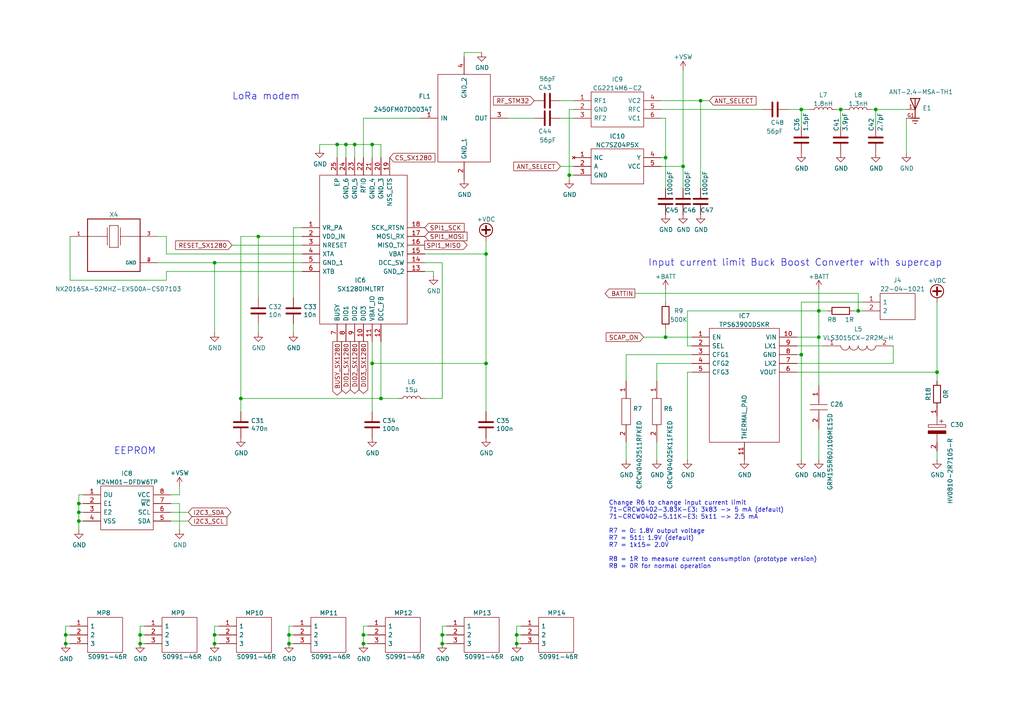
<source format=kicad_sch>
(kicad_sch (version 20211123) (generator eeschema)
  (paper "A4")
  (title_block (title "Sensor node") (date "2024-07-07") (rev "2.1") (company "KU Leuven") (comment 1 "Dramco") (comment 2 "Sarah Goossens"))
  (lib_symbols
    (symbol "ANT-2.4-MSA-TH1:ANT-2.4-MSA-TH1" (pin_names (offset 1.016))
      (property "Reference" "E" (at 2.0344 0.7629 0))
      (property "Value" "ANT-2.4-MSA-TH1" (at 2.1628 -1.0178 0))
      (symbol "ANT-2.4-MSA-TH1_0_0"
        (pin passive line (at -2.54 0 0) (length 2.54) (name "~") (number "1"))
        (pin power_in line (at -2.54 -2.54 0) (length 2.54) (name "~") (number "G1"))
      )
    )
    (symbol "CRCW0402511RFKED:CRCW0402511RFKED" (pin_names (offset 0.762))
      (property "Reference" "R" (at 13.97 6.35 0))
      (property "Value" "CRCW0402511RFKED" (at 13.97 3.81 0))
      (symbol "CRCW0402511RFKED_0_0"
        (pin passive line (at 0 0 0) (length 5.08) (name "~") (number "1"))
        (pin passive line (at 17.78 0 180) (length 5.08) (name "~") (number "2"))
      )
    )
    (symbol "CRCW04025K11FKED:CRCW04025K11FKED" (pin_names (offset 0.762))
      (property "Reference" "R" (at 13.97 6.35 0))
      (property "Value" "CRCW04025K11FKED" (at 13.97 3.81 0))
      (symbol "CRCW04025K11FKED_0_0"
        (pin passive line (at 0 0 0) (length 5.08) (name "~") (number "1"))
        (pin passive line (at 17.78 0 180) (length 5.08) (name "~") (number "2"))
      )
    )
    (symbol "Device:C" (pin_numbers hide) (pin_names (offset 0.254))
      (property "Reference" "C" (at 0.635 2.54 0))
      (property "Value" "C" (at 0.635 -2.54 0))
      (symbol "C_1_1"
        (pin passive line (at 0 3.81 270) (length 2.794) (name "~") (number "1"))
        (pin passive line (at 0 -3.81 90) (length 2.794) (name "~") (number "2"))
      )
    )
    (symbol "Device:L" (pin_numbers hide) (pin_names (offset 1.016) hide)
      (property "Reference" "L" (at -1.27 0 90))
      (property "Value" "L" (at 1.905 0 90))
      (symbol "L_1_1"
        (pin passive line (at 0 3.81 270) (length 1.27) (name "1") (number "1"))
        (pin passive line (at 0 -3.81 90) (length 1.27) (name "2") (number "2"))
      )
    )
    (symbol "Device:R" (pin_numbers hide) (pin_names (offset 0))
      (property "Reference" "R" (at 2.032 0 90))
      (property "Value" "R" (at 0 0 90))
      (symbol "R_1_1"
        (pin passive line (at 0 3.81 270) (length 1.27) (name "~") (number "1"))
        (pin passive line (at 0 -3.81 90) (length 1.27) (name "~") (number "2"))
      )
    )
    (symbol "NX2016SA-52MHZ-EXS00A-CS07103:NX2016SA-52MHZ-EXS00A-CS07103" (pin_names (offset 1.016))
      (property "Reference" "XTAL" (at -7.62 8.89 0))
      (property "Value" "NX2016SA-52MHZ-EXS00A-CS07103" (at -7.62 -10.16 0))
      (symbol "NX2016SA-52MHZ-EXS00A-CS07103_0_0"
        (pin passive line (at -12.7 2.54 0) (length 5.08) (name "~") (number "1"))
        (pin power_in line (at 12.7 -5.08 180) (length 5.08) (name "GND") (number "2"))
        (pin passive line (at 12.7 2.54 180) (length 5.08) (name "~") (number "3"))
        (pin power_in line (at 12.7 -5.08 180) (length 5.08) (name "GND") (number "4"))
      )
    )
    (symbol "SamacSys_Parts:22-04-1021" (pin_names (offset 0.762))
      (property "Reference" "J" (at 16.51 7.62 0))
      (property "Value" "22-04-1021" (at 16.51 5.08 0))
      (symbol "22-04-1021_0_0"
        (pin passive line (at 0 0 0) (length 5.08) (name "1") (number "1"))
        (pin passive line (at 0 -2.54 0) (length 5.08) (name "2") (number "2"))
      )
    )
    (symbol "SamacSys_Parts:2450FM07D0034T" (pin_names (offset 0.762))
      (property "Reference" "FL" (at 21.59 17.78 0))
      (property "Value" "2450FM07D0034T" (at 21.59 15.24 0))
      (symbol "2450FM07D0034T_0_0"
        (pin passive line (at 0 0 0) (length 5.08) (name "IN") (number "1"))
        (pin passive line (at 12.7 -17.78 90) (length 5.08) (name "GND_1") (number "2"))
        (pin passive line (at 25.4 0 180) (length 5.08) (name "OUT") (number "3"))
        (pin passive line (at 12.7 17.78 270) (length 5.08) (name "GND_2") (number "4"))
      )
    )
    (symbol "SamacSys_Parts:CG2214M6-C2" (pin_names (offset 0.762))
      (property "Reference" "IC" (at 21.59 7.62 0))
      (property "Value" "CG2214M6-C2" (at 21.59 5.08 0))
      (symbol "CG2214M6-C2_0_0"
        (pin passive line (at 0 0 0) (length 5.08) (name "RF1") (number "1"))
        (pin passive line (at 0 -2.54 0) (length 5.08) (name "GND") (number "2"))
        (pin passive line (at 0 -5.08 0) (length 5.08) (name "RF2") (number "3"))
        (pin passive line (at 25.4 0 180) (length 5.08) (name "VC2") (number "4"))
        (pin passive line (at 25.4 -2.54 180) (length 5.08) (name "RFC") (number "5"))
        (pin passive line (at 25.4 -5.08 180) (length 5.08) (name "VC1") (number "6"))
      )
    )
    (symbol "SamacSys_Parts:GRM155R60J106ME15D" (pin_names (offset 0.762))
      (property "Reference" "C" (at 8.89 6.35 0))
      (property "Value" "GRM155R60J106ME15D" (at 8.89 3.81 0))
      (symbol "GRM155R60J106ME15D_0_0"
        (pin passive line (at 0 0 0) (length 5.08) (name "~") (number "1"))
        (pin passive line (at 12.7 0 180) (length 5.08) (name "~") (number "2"))
      )
    )
    (symbol "SamacSys_Parts:HV0810-2R7105-R" (pin_names (offset 0.762))
      (property "Reference" "C" (at 8.89 6.35 0))
      (property "Value" "HV0810-2R7105-R" (at 8.89 3.81 0))
      (symbol "HV0810-2R7105-R_0_0"
        (pin passive line (at 0 0 0) (length 2.54) (name "~") (number "1"))
        (pin passive line (at 12.7 0 180) (length 2.54) (name "~") (number "2"))
      )
    )
    (symbol "SamacSys_Parts:M24M01-DFDW6TP" (pin_names (offset 0.762))
      (property "Reference" "IC" (at 21.59 7.62 0))
      (property "Value" "M24M01-DFDW6TP" (at 21.59 5.08 0))
      (symbol "M24M01-DFDW6TP_0_0"
        (pin passive line (at 0 0 0) (length 5.08) (name "DU") (number "1"))
        (pin passive line (at 0 -2.54 0) (length 5.08) (name "E1") (number "2"))
        (pin passive line (at 0 -5.08 0) (length 5.08) (name "E2") (number "3"))
        (pin passive line (at 0 -7.62 0) (length 5.08) (name "VSS") (number "4"))
        (pin passive line (at 25.4 -7.62 180) (length 5.08) (name "SDA") (number "5"))
        (pin passive line (at 25.4 -5.08 180) (length 5.08) (name "SCL") (number "6"))
        (pin passive line (at 25.4 -2.54 180) (length 5.08) (name "~{WC}") (number "7"))
        (pin passive line (at 25.4 0 180) (length 5.08) (name "VCC") (number "8"))
      )
    )
    (symbol "SamacSys_Parts:NC7SZ04P5X" (pin_names (offset 0.762))
      (property "Reference" "IC" (at 21.59 7.62 0))
      (property "Value" "NC7SZ04P5X" (at 21.59 5.08 0))
      (symbol "NC7SZ04P5X_0_0"
        (pin no_connect line (at 0 0 0) (length 5.08) (name "NC") (number "1"))
        (pin passive line (at 0 -2.54 0) (length 5.08) (name "A") (number "2"))
        (pin passive line (at 0 -5.08 0) (length 5.08) (name "GND") (number "3"))
        (pin passive line (at 25.4 0 180) (length 5.08) (name "Y") (number "4"))
        (pin passive line (at 25.4 -2.54 180) (length 5.08) (name "VCC") (number "5"))
      )
    )
    (symbol "SamacSys_Parts:S0991-46R" (pin_names (offset 0.762))
      (property "Reference" "MP" (at 16.51 7.62 0))
      (property "Value" "S0991-46R" (at 16.51 5.08 0))
      (symbol "S0991-46R_0_0"
        (pin passive line (at 0 0 0) (length 5.08) (name "1") (number "1"))
        (pin passive line (at 0 -2.54 0) (length 5.08) (name "2") (number "2"))
        (pin passive line (at 0 -5.08 0) (length 5.08) (name "3") (number "3"))
      )
    )
    (symbol "SamacSys_Parts:SX1280IMLTRT" (pin_names (offset 0.762))
      (property "Reference" "IC" (at 31.75 20.32 0))
      (property "Value" "SamacSys_Parts_SX1280IMLTRT" (at 31.75 17.78 0))
      (symbol "SX1280IMLTRT_0_0"
        (pin passive line (at 0 0 0) (length 5.08) (name "VR_PA") (number "1"))
        (pin passive line (at 17.78 -33.02 90) (length 5.08) (name "DIO3") (number "10"))
        (pin passive line (at 20.32 -33.02 90) (length 5.08) (name "VBAT_IO") (number "11"))
        (pin passive line (at 22.86 -33.02 90) (length 5.08) (name "DCC_FB") (number "12"))
        (pin passive line (at 35.56 -12.7 180) (length 5.08) (name "GND_2") (number "13"))
        (pin passive line (at 35.56 -10.16 180) (length 5.08) (name "DCC_SW") (number "14"))
        (pin passive line (at 35.56 -7.62 180) (length 5.08) (name "VBAT") (number "15"))
        (pin passive line (at 35.56 -5.08 180) (length 5.08) (name "MISO_TX") (number "16"))
        (pin passive line (at 35.56 -2.54 180) (length 5.08) (name "MOSI_RX") (number "17"))
        (pin passive line (at 35.56 0 180) (length 5.08) (name "SCK_RTSN") (number "18"))
        (pin passive line (at 25.4 20.32 270) (length 5.08) (name "NSS_CTS") (number "19"))
        (pin passive line (at 0 -2.54 0) (length 5.08) (name "VDD_IN") (number "2"))
        (pin passive line (at 22.86 20.32 270) (length 5.08) (name "GND_3") (number "20"))
        (pin passive line (at 20.32 20.32 270) (length 5.08) (name "GND_4") (number "21"))
        (pin passive line (at 17.78 20.32 270) (length 5.08) (name "RFIO") (number "22"))
        (pin passive line (at 15.24 20.32 270) (length 5.08) (name "GND_5") (number "23"))
        (pin passive line (at 12.7 20.32 270) (length 5.08) (name "GND_6") (number "24"))
        (pin passive line (at 10.16 20.32 270) (length 5.08) (name "EP") (number "25"))
        (pin passive line (at 0 -5.08 0) (length 5.08) (name "NRESET") (number "3"))
        (pin passive line (at 0 -7.62 0) (length 5.08) (name "XTA") (number "4"))
        (pin passive line (at 0 -10.16 0) (length 5.08) (name "GND_1") (number "5"))
        (pin passive line (at 0 -12.7 0) (length 5.08) (name "XTB") (number "6"))
        (pin passive line (at 10.16 -33.02 90) (length 5.08) (name "BUSY") (number "7"))
        (pin passive line (at 12.7 -33.02 90) (length 5.08) (name "DIO1") (number "8"))
        (pin passive line (at 15.24 -33.02 90) (length 5.08) (name "DIO2") (number "9"))
      )
    )
    (symbol "SamacSys_Parts:TPS63900DSKR" (pin_names (offset 0.762))
      (property "Reference" "IC" (at 26.67 7.62 0))
      (property "Value" "TPS63900DSKR" (at 26.67 5.08 0))
      (symbol "TPS63900DSKR_0_0"
        (pin input line (at 0 0 0) (length 5.08) (name "EN") (number "1"))
        (pin power_in line (at 30.48 0 180) (length 5.08) (name "VIN") (number "10"))
        (pin power_in line (at 15.24 -35.56 90) (length 5.08) (name "THERMAL_PAD") (number "11"))
        (pin input line (at 0 -2.54 0) (length 5.08) (name "SEL") (number "2"))
        (pin input line (at 0 -5.08 0) (length 5.08) (name "CFG1") (number "3"))
        (pin input line (at 0 -7.62 0) (length 5.08) (name "CFG2") (number "4"))
        (pin input line (at 0 -10.16 0) (length 5.08) (name "CFG3") (number "5"))
        (pin power_in line (at 30.48 -10.16 180) (length 5.08) (name "VOUT") (number "6"))
        (pin power_in line (at 30.48 -7.62 180) (length 5.08) (name "LX2") (number "7"))
        (pin power_in line (at 30.48 -5.08 180) (length 5.08) (name "GND") (number "8"))
        (pin power_in line (at 30.48 -2.54 180) (length 5.08) (name "LX1") (number "9"))
      )
    )
    (symbol "SamacSys_Parts:VLS3015CX-2R2M-H" (pin_names (offset 0.762))
      (property "Reference" "L" (at 16.51 6.35 0))
      (property "Value" "VLS3015CX-2R2M-H" (at 16.51 3.81 0))
      (symbol "VLS3015CX-2R2M-H_0_0"
        (pin passive line (at 0 0 0) (length 5.08) (name "~") (number "1"))
        (pin passive line (at 20.32 0 180) (length 5.08) (name "~") (number "2"))
      )
    )
    (symbol "power:+BATT" (power) (pin_names (offset 0))
      (property "Value" "+BATT" (at 0 3.556 0))
      (symbol "+BATT_1_1"
        (pin power_in line (at 0 0 90) (length 0) hide (name "+BATT") (number "1"))
      )
    )
    (symbol "power:+VDC" (power) (pin_names (offset 0))
      (property "Value" "+VDC" (at 0 6.35 0))
      (symbol "+VDC_1_1"
        (pin power_in line (at 0 0 90) (length 0) hide (name "+VDC") (number "1"))
      )
    )
    (symbol "power:+VSW" (power) (pin_names (offset 0))
      (property "Value" "+VSW" (at 0 3.556 0))
      (symbol "+VSW_1_1"
        (pin power_in line (at 0 0 90) (length 0) hide (name "+VSW") (number "1"))
      )
    )
    (symbol "power:GND" (power) (pin_names (offset 0))
      (property "Value" "GND" (at 0 -3.81 0))
      (symbol "GND_1_1"
        (pin power_in line (at 0 0 270) (length 0) hide (name "GND") (number "1"))
      )
    )
  )
  (junction (at 105.41 186.69))
  (junction (at 40.64 184.15))
  (junction (at 254 31.75))
  (junction (at 232.41 102.87))
  (junction (at 232.41 31.75))
  (junction (at 19.05 186.69))
  (junction (at 271.78 107.95))
  (junction (at 203.2 29.21))
  (junction (at 22.86 146.05))
  (junction (at 22.86 151.13))
  (junction (at 19.05 184.15))
  (junction (at 107.95 41.91))
  (junction (at 74.93 68.58))
  (junction (at 83.82 186.69))
  (junction (at 193.04 45.72))
  (junction (at 69.85 115.57))
  (junction (at 83.82 184.15))
  (junction (at 237.49 90.17))
  (junction (at 110.49 115.57))
  (junction (at 248.92 90.17))
  (junction (at 62.23 186.69))
  (junction (at 100.33 41.91))
  (junction (at 149.86 184.15))
  (junction (at 140.97 105.41))
  (junction (at 128.27 184.15))
  (junction (at 243.84 31.75))
  (junction (at 149.86 186.69))
  (junction (at 97.79 41.91))
  (junction (at 105.41 184.15))
  (junction (at 165.1 50.8))
  (junction (at 62.23 76.2))
  (junction (at 128.27 186.69))
  (junction (at 107.95 105.41))
  (junction (at 140.97 73.66))
  (junction (at 62.23 184.15))
  (junction (at 40.64 186.69))
  (junction (at 193.04 97.79))
  (junction (at 198.12 48.26))
  (junction (at 22.86 148.59))
  (junction (at 102.87 41.91))
  (junction (at 237.49 97.79))
  (wire (pts (xy 203.2 29.21) (xy 203.2 54.61)))
  (wire (pts (xy 125.73 78.74) (xy 125.73 80.01)))
  (wire (pts (xy 105.41 34.29) (xy 121.92 34.29)))
  (wire (pts (xy 22.86 151.13) (xy 22.86 153.67)))
  (wire (pts (xy 165.1 50.8) (xy 166.37 50.8)))
  (wire (pts (xy 232.41 102.87) (xy 231.14 102.87)))
  (wire (pts (xy 140.97 69.85) (xy 140.97 73.66)))
  (wire (pts (xy 191.77 48.26) (xy 198.12 48.26)))
  (wire (pts (xy 199.39 90.17) (xy 237.49 90.17)))
  (wire (pts (xy 203.2 29.21) (xy 205.74 29.21)))
  (wire (pts (xy 62.23 184.15) (xy 62.23 181.61)))
  (wire (pts (xy 254 31.75) (xy 254 36.83)))
  (wire (pts (xy 40.64 186.69) (xy 41.91 186.69)))
  (wire (pts (xy 105.41 186.69) (xy 105.41 184.15)))
  (wire (pts (xy 232.41 31.75) (xy 234.95 31.75)))
  (wire (pts (xy 248.92 90.17) (xy 250.19 90.17)))
  (wire (pts (xy 181.61 102.87) (xy 200.66 102.87)))
  (wire (pts (xy 49.53 143.51) (xy 52.07 143.51)))
  (wire (pts (xy 49.53 148.59) (xy 54.61 148.59)))
  (wire (pts (xy 128.27 115.57) (xy 128.27 76.2)))
  (wire (pts (xy 252.73 31.75) (xy 254 31.75)))
  (wire (pts (xy 40.64 181.61) (xy 41.91 181.61)))
  (wire (pts (xy 128.27 186.69) (xy 128.27 184.15)))
  (wire (pts (xy 74.93 86.36) (xy 74.93 68.58)))
  (wire (pts (xy 262.89 31.75) (xy 254 31.75)))
  (wire (pts (xy 62.23 76.2) (xy 87.63 76.2)))
  (wire (pts (xy 107.95 105.41) (xy 107.95 119.38)))
  (wire (pts (xy 102.87 45.72) (xy 102.87 41.91)))
  (wire (pts (xy 19.05 184.15) (xy 19.05 181.61)))
  (wire (pts (xy 45.72 68.58) (xy 48.26 68.58)))
  (wire (pts (xy 128.27 186.69) (xy 129.54 186.69)))
  (wire (pts (xy 105.41 181.61) (xy 106.68 181.61)))
  (wire (pts (xy 67.31 71.12) (xy 87.63 71.12)))
  (wire (pts (xy 123.19 73.66) (xy 140.97 73.66)))
  (wire (pts (xy 62.23 184.15) (xy 63.5 184.15)))
  (wire (pts (xy 231.14 100.33) (xy 238.76 100.33)))
  (wire (pts (xy 165.1 50.8) (xy 165.1 52.07)))
  (wire (pts (xy 232.41 133.35) (xy 232.41 102.87)))
  (wire (pts (xy 237.49 90.17) (xy 240.03 90.17)))
  (wire (pts (xy 62.23 186.69) (xy 62.23 184.15)))
  (wire (pts (xy 191.77 29.21) (xy 203.2 29.21)))
  (wire (pts (xy 193.04 45.72) (xy 193.04 54.61)))
  (wire (pts (xy 62.23 181.61) (xy 63.5 181.61)))
  (wire (pts (xy 74.93 68.58) (xy 87.63 68.58)))
  (wire (pts (xy 69.85 115.57) (xy 110.49 115.57)))
  (wire (pts (xy 83.82 186.69) (xy 83.82 184.15)))
  (wire (pts (xy 22.86 151.13) (xy 24.13 151.13)))
  (wire (pts (xy 40.64 186.69) (xy 40.64 184.15)))
  (wire (pts (xy 181.61 102.87) (xy 181.61 110.49)))
  (wire (pts (xy 271.78 130.81) (xy 271.78 133.35)))
  (wire (pts (xy 22.86 146.05) (xy 24.13 146.05)))
  (wire (pts (xy 181.61 128.27) (xy 181.61 133.35)))
  (wire (pts (xy 20.32 81.28) (xy 48.26 81.28)))
  (wire (pts (xy 48.26 68.58) (xy 48.26 73.66)))
  (wire (pts (xy 199.39 90.17) (xy 199.39 100.33)))
  (wire (pts (xy 231.14 97.79) (xy 237.49 97.79)))
  (wire (pts (xy 198.12 48.26) (xy 198.12 54.61)))
  (wire (pts (xy 193.04 97.79) (xy 200.66 97.79)))
  (wire (pts (xy 85.09 93.98) (xy 85.09 96.52)))
  (wire (pts (xy 193.04 34.29) (xy 193.04 45.72)))
  (wire (pts (xy 271.78 87.63) (xy 271.78 107.95)))
  (wire (pts (xy 166.37 31.75) (xy 165.1 31.75)))
  (wire (pts (xy 237.49 124.46) (xy 237.49 133.35)))
  (wire (pts (xy 83.82 186.69) (xy 85.09 186.69)))
  (wire (pts (xy 262.89 34.29) (xy 262.89 44.45)))
  (wire (pts (xy 198.12 20.32) (xy 198.12 48.26)))
  (wire (pts (xy 228.6 31.75) (xy 232.41 31.75)))
  (wire (pts (xy 149.86 184.15) (xy 149.86 181.61)))
  (wire (pts (xy 162.56 29.21) (xy 166.37 29.21)))
  (wire (pts (xy 243.84 31.75) (xy 245.11 31.75)))
  (wire (pts (xy 69.85 68.58) (xy 69.85 115.57)))
  (wire (pts (xy 231.14 107.95) (xy 271.78 107.95)))
  (wire (pts (xy 199.39 107.95) (xy 199.39 133.35)))
  (wire (pts (xy 165.1 31.75) (xy 165.1 50.8)))
  (wire (pts (xy 22.86 148.59) (xy 24.13 148.59)))
  (wire (pts (xy 242.57 31.75) (xy 243.84 31.75)))
  (wire (pts (xy 19.05 181.61) (xy 20.32 181.61)))
  (wire (pts (xy 186.69 97.79) (xy 193.04 97.79)))
  (wire (pts (xy 48.26 81.28) (xy 48.26 78.74)))
  (wire (pts (xy 140.97 105.41) (xy 140.97 119.38)))
  (wire (pts (xy 107.95 45.72) (xy 107.95 41.91)))
  (wire (pts (xy 149.86 184.15) (xy 151.13 184.15)))
  (wire (pts (xy 69.85 115.57) (xy 69.85 119.38)))
  (wire (pts (xy 149.86 181.61) (xy 151.13 181.61)))
  (wire (pts (xy 128.27 184.15) (xy 128.27 181.61)))
  (wire (pts (xy 147.32 34.29) (xy 154.94 34.29)))
  (wire (pts (xy 69.85 68.58) (xy 74.93 68.58)))
  (wire (pts (xy 102.87 41.91) (xy 100.33 41.91)))
  (wire (pts (xy 199.39 100.33) (xy 200.66 100.33)))
  (wire (pts (xy 48.26 78.74) (xy 87.63 78.74)))
  (wire (pts (xy 49.53 151.13) (xy 54.61 151.13)))
  (wire (pts (xy 83.82 184.15) (xy 83.82 181.61)))
  (wire (pts (xy 107.95 41.91) (xy 102.87 41.91)))
  (wire (pts (xy 149.86 186.69) (xy 149.86 184.15)))
  (wire (pts (xy 162.56 34.29) (xy 166.37 34.29)))
  (wire (pts (xy 162.56 48.26) (xy 166.37 48.26)))
  (wire (pts (xy 107.95 99.06) (xy 107.95 105.41)))
  (wire (pts (xy 128.27 184.15) (xy 129.54 184.15)))
  (wire (pts (xy 40.64 184.15) (xy 40.64 181.61)))
  (wire (pts (xy 237.49 90.17) (xy 237.49 97.79)))
  (wire (pts (xy 232.41 87.63) (xy 250.19 87.63)))
  (wire (pts (xy 105.41 184.15) (xy 106.68 184.15)))
  (wire (pts (xy 83.82 184.15) (xy 85.09 184.15)))
  (wire (pts (xy 20.32 68.58) (xy 20.32 81.28)))
  (wire (pts (xy 259.08 105.41) (xy 259.08 100.33)))
  (wire (pts (xy 193.04 95.25) (xy 193.04 97.79)))
  (wire (pts (xy 248.92 90.17) (xy 248.92 85.09)))
  (wire (pts (xy 110.49 115.57) (xy 115.57 115.57)))
  (wire (pts (xy 105.41 184.15) (xy 105.41 181.61)))
  (wire (pts (xy 40.64 184.15) (xy 41.91 184.15)))
  (wire (pts (xy 232.41 31.75) (xy 232.41 36.83)))
  (wire (pts (xy 191.77 45.72) (xy 193.04 45.72)))
  (wire (pts (xy 110.49 41.91) (xy 107.95 41.91)))
  (wire (pts (xy 140.97 73.66) (xy 140.97 105.41)))
  (wire (pts (xy 247.65 90.17) (xy 248.92 90.17)))
  (wire (pts (xy 97.79 41.91) (xy 92.71 41.91)))
  (wire (pts (xy 139.7 15.24) (xy 134.62 15.24)))
  (wire (pts (xy 200.66 105.41) (xy 190.5 105.41)))
  (wire (pts (xy 128.27 76.2) (xy 123.19 76.2)))
  (wire (pts (xy 128.27 181.61) (xy 129.54 181.61)))
  (wire (pts (xy 134.62 15.24) (xy 134.62 16.51)))
  (wire (pts (xy 19.05 186.69) (xy 20.32 186.69)))
  (wire (pts (xy 22.86 143.51) (xy 22.86 146.05)))
  (wire (pts (xy 19.05 186.69) (xy 19.05 184.15)))
  (wire (pts (xy 83.82 181.61) (xy 85.09 181.61)))
  (wire (pts (xy 24.13 143.51) (xy 22.86 143.51)))
  (wire (pts (xy 48.26 73.66) (xy 87.63 73.66)))
  (wire (pts (xy 243.84 31.75) (xy 243.84 36.83)))
  (wire (pts (xy 110.49 99.06) (xy 110.49 115.57)))
  (wire (pts (xy 45.72 76.2) (xy 62.23 76.2)))
  (wire (pts (xy 19.05 184.15) (xy 20.32 184.15)))
  (wire (pts (xy 184.15 85.09) (xy 248.92 85.09)))
  (wire (pts (xy 85.09 66.04) (xy 87.63 66.04)))
  (wire (pts (xy 237.49 83.82) (xy 237.49 90.17)))
  (wire (pts (xy 149.86 186.69) (xy 151.13 186.69)))
  (wire (pts (xy 22.86 148.59) (xy 22.86 151.13)))
  (wire (pts (xy 105.41 45.72) (xy 105.41 34.29)))
  (wire (pts (xy 100.33 41.91) (xy 97.79 41.91)))
  (wire (pts (xy 123.19 78.74) (xy 125.73 78.74)))
  (wire (pts (xy 100.33 45.72) (xy 100.33 41.91)))
  (wire (pts (xy 52.07 143.51) (xy 52.07 140.97)))
  (wire (pts (xy 92.71 41.91) (xy 92.71 43.18)))
  (wire (pts (xy 232.41 87.63) (xy 232.41 102.87)))
  (wire (pts (xy 190.5 105.41) (xy 190.5 110.49)))
  (wire (pts (xy 52.07 146.05) (xy 52.07 153.67)))
  (wire (pts (xy 190.5 128.27) (xy 190.5 133.35)))
  (wire (pts (xy 105.41 186.69) (xy 106.68 186.69)))
  (wire (pts (xy 110.49 45.72) (xy 110.49 41.91)))
  (wire (pts (xy 97.79 45.72) (xy 97.79 41.91)))
  (wire (pts (xy 22.86 146.05) (xy 22.86 148.59)))
  (wire (pts (xy 200.66 107.95) (xy 199.39 107.95)))
  (wire (pts (xy 74.93 93.98) (xy 74.93 96.52)))
  (wire (pts (xy 123.19 115.57) (xy 128.27 115.57)))
  (wire (pts (xy 271.78 107.95) (xy 271.78 110.49)))
  (wire (pts (xy 62.23 76.2) (xy 62.23 96.52)))
  (wire (pts (xy 49.53 146.05) (xy 52.07 146.05)))
  (wire (pts (xy 193.04 83.82) (xy 193.04 87.63)))
  (wire (pts (xy 237.49 97.79) (xy 237.49 111.76)))
  (wire (pts (xy 62.23 186.69) (xy 63.5 186.69)))
  (wire (pts (xy 191.77 31.75) (xy 220.98 31.75)))
  (wire (pts (xy 107.95 105.41) (xy 140.97 105.41)))
  (wire (pts (xy 191.77 34.29) (xy 193.04 34.29)))
  (wire (pts (xy 231.14 105.41) (xy 259.08 105.41)))
  (wire (pts (xy 85.09 86.36) (xy 85.09 66.04)))
  (text "LoRa modem" (at 67.31 29.21 0) (effects (font (size 2.0066 2.0066)) (justify left bottom)))
  (text "Input current limit Buck Boost Converter with supercap" (at 187.96 77.47 0) (effects (font (size 2.0066 2.0066)) (justify left bottom)))
  (text "EEPROM" (at 33.02 132.08 0) (effects (font (size 2.0066 2.0066)) (justify left bottom)))
  (text "Change R6 to change input current limit\n71-CRCW0402-3.83K-E3: 3k83 -> 5 mA (default)\n71-CRCW0402-5.11K-E3: 5k11 -> 2.5 mA\n\nR7 = 0: 1.8V output voltage\nR7 = 511: 1.9V (default)\nR7 = 1k15= 2.0V\n\nR8 = 1R to measure current consumption (prototype version)\nR8 = 0R for normal operation" (at 176.53 165.1 0) (effects (font (size 1.27 1.27)) (justify left bottom)))
  (global_label "BATTIN" (shape output) (at 184.15 85.09 180) (property "Intersheet References" "${INTERSHEET_REFS}" (effects hide)))
  (global_label "RESET_SX1280" (shape input) (at 67.31 71.12 180) (property "Intersheet References" "${INTERSHEET_REFS}" (effects hide)))
  (global_label "SPI1_SCK" (shape input) (at 123.19 66.04 0) (property "Intersheet References" "${INTERSHEET_REFS}" (effects hide)))
  (global_label "BUSY_SX1280" (shape output) (at 97.79 99.06 270) (property "Intersheet References" "${INTERSHEET_REFS}" (effects hide)))
  (global_label "ANT_SELECT" (shape input) (at 205.74 29.21 0) (property "Intersheet References" "${INTERSHEET_REFS}" (effects hide)))
  (global_label "I2C3_SCL" (shape input) (at 54.61 151.13 0) (property "Intersheet References" "${INTERSHEET_REFS}" (effects hide)))
  (global_label "SPI1_MOSI" (shape input) (at 123.19 68.58 0) (property "Intersheet References" "${INTERSHEET_REFS}" (effects hide)))
  (global_label "DIO3_SX1280" (shape output) (at 105.41 99.06 270) (property "Intersheet References" "${INTERSHEET_REFS}" (effects hide)))
  (global_label "RF_STM32" (shape input) (at 154.94 29.21 180) (property "Intersheet References" "${INTERSHEET_REFS}" (effects hide)))
  (global_label "SCAP_ON" (shape input) (at 186.69 97.79 180) (property "Intersheet References" "${INTERSHEET_REFS}" (effects hide)))
  (global_label "DIO2_SX1280" (shape output) (at 102.87 99.06 270) (property "Intersheet References" "${INTERSHEET_REFS}" (effects hide)))
  (global_label "ANT_SELECT" (shape input) (at 162.56 48.26 180) (property "Intersheet References" "${INTERSHEET_REFS}" (effects hide)))
  (global_label "CS_SX1280" (shape input) (at 113.03 45.72 0) (property "Intersheet References" "${INTERSHEET_REFS}" (effects hide)))
  (global_label "I2C3_SDA" (shape bidirectional) (at 54.61 148.59 0) (property "Intersheet References" "${INTERSHEET_REFS}" (effects hide)))
  (global_label "DIO1_SX1280" (shape output) (at 100.33 99.06 270) (property "Intersheet References" "${INTERSHEET_REFS}" (effects hide)))
  (global_label "SPI1_MISO" (shape output) (at 123.19 71.12 0) (property "Intersheet References" "${INTERSHEET_REFS}" (effects hide)))
  (symbol (lib_id "SamacSys_Parts:SX1280IMLTRT") (at 87.63 66.04 0) (unit 1)
    (property "Reference" "IC6" (at 102.87 81.28 0) (effects (justify left)))
    (property "Value" "SX1280IMLTRT" (at 97.79 83.82 0) (effects (justify left)))
    (property "Footprint" "SamacSys_Parts:QFN50P400X400X100-25N-D_SX1280" (effects hide))
    (property "Datasheet" "https://datasheet.datasheetarchive.com/originals/distributors/DKDS-37/728740.pdf" (effects hide))
    (property "Description" "RF Transceiver Long range 2.4 GHz Wireless Transceiver" (effects hide))
    (property "Height" "1" (effects hide))
    (property "Mouser Part Number" "947-SX1280IMLTRT" (effects hide))
    (property "Mouser Price/Stock" "https://www.mouser.co.uk/ProductDetail/Semtech/SX1280IMLTRT?qs=5aG0NVq1C4xuoq8G6ZzdxQ%3D%3D" (effects hide))
    (property "Manufacturer_Name" "SEMTECH" (effects hide))
    (property "Manufacturer_Part_Number" "SX1280IMLTRT" (effects hide))
  )
  (symbol (lib_id "Device:C") (at 85.09 90.17 0) (unit 1)
    (property "Reference" "C33" (at 88.011 89.0016 0) (effects (justify left)))
    (property "Value" "10n" (at 88.011 91.313 0) (effects (justify left)))
    (property "Footprint" "Capacitor_SMD:C_0603_1608Metric" (effects hide))
  )
  (symbol (lib_id "power:GND") (at 85.09 96.52 0) (unit 1)
    (property "Reference" "#PWR092" (effects hide))
    (property "Value" "GND" (at 85.217 100.9142 0))
  )
  (symbol (lib_id "Device:C") (at 74.93 90.17 0) (unit 1)
    (property "Reference" "C32" (at 77.851 89.0016 0) (effects (justify left)))
    (property "Value" "10n" (at 77.851 91.313 0) (effects (justify left)))
    (property "Footprint" "Capacitor_SMD:C_0603_1608Metric" (effects hide))
  )
  (symbol (lib_id "power:GND") (at 74.93 96.52 0) (unit 1)
    (property "Reference" "#PWR090" (effects hide))
    (property "Value" "GND" (at 75.057 100.9142 0))
  )
  (symbol (lib_id "Device:L") (at 119.38 115.57 90) (unit 1)
    (property "Reference" "L6" (at 119.38 110.744 90))
    (property "Value" "15µ" (at 119.38 113.03 90))
    (property "Footprint" "Inductor_SMD:L_0603_1608Metric" (effects hide))
  )
  (symbol (lib_id "Device:C") (at 107.95 123.19 0) (unit 1)
    (property "Reference" "C34" (at 110.871 122.0216 0) (effects (justify left)))
    (property "Value" "100n" (at 110.871 124.333 0) (effects (justify left)))
    (property "Footprint" "Capacitor_SMD:C_0402_1005Metric" (effects hide))
  )
  (symbol (lib_id "power:GND") (at 107.95 127 0) (unit 1)
    (property "Reference" "#PWR094" (effects hide))
    (property "Value" "GND" (at 108.077 131.3942 0))
  )
  (symbol (lib_id "Device:C") (at 69.85 123.19 0) (unit 1)
    (property "Reference" "C31" (at 72.771 122.0216 0) (effects (justify left)))
    (property "Value" "470n" (at 72.771 124.333 0) (effects (justify left)))
    (property "Footprint" "Capacitor_SMD:C_0603_1608Metric" (effects hide))
  )
  (symbol (lib_id "power:GND") (at 69.85 127 0) (unit 1)
    (property "Reference" "#PWR089" (effects hide))
    (property "Value" "GND" (at 69.977 131.3942 0))
  )
  (symbol (lib_id "power:GND") (at 125.73 80.01 0) (unit 1)
    (property "Reference" "#PWR095" (effects hide))
    (property "Value" "GND" (at 125.857 84.4042 0))
  )
  (symbol (lib_id "Device:C") (at 140.97 123.19 0) (unit 1)
    (property "Reference" "C35" (at 143.891 122.0216 0) (effects (justify left)))
    (property "Value" "100n" (at 143.891 124.333 0) (effects (justify left)))
    (property "Footprint" "Capacitor_SMD:C_0402_1005Metric" (effects hide))
  )
  (symbol (lib_id "power:GND") (at 140.97 127 0) (unit 1)
    (property "Reference" "#PWR097" (effects hide))
    (property "Value" "GND" (at 141.097 131.3942 0))
  )
  (symbol (lib_id "power:GND") (at 92.71 43.18 0) (unit 1)
    (property "Reference" "#PWR093" (effects hide))
    (property "Value" "GND" (at 92.837 47.5742 0))
  )
  (symbol (lib_id "SamacSys_Parts:S0991-46R") (at 20.32 181.61 0) (unit 1)
    (property "Reference" "MP8" (at 27.94 177.8 0) (effects (justify left)))
    (property "Value" "S0991-46R" (at 25.4 190.5 0) (effects (justify left)))
    (property "Footprint" "SamacSys_Parts:S099146R" (effects hide))
    (property "Datasheet" "https://cdn.harwin.com/pdfs/S0991-46R.pdf" (effects hide))
    (property "Description" "Shield Clip, SMT, Micro, Stainless Steel, tin, Tape & Reeled" (effects hide))
    (property "Height" "1.47" (effects hide))
    (property "Mouser Part Number" "855-S0991-46R" (effects hide))
    (property "Mouser Price/Stock" "https://www.mouser.co.uk/ProductDetail/Harwin/S0991-46R?qs=AXRVZpzixL%2FNnSVvLaiOkw%3D%3D" (effects hide))
    (property "Manufacturer_Name" "Harwin" (effects hide))
    (property "Manufacturer_Part_Number" "S0991-46R" (effects hide))
  )
  (symbol (lib_id "SamacSys_Parts:CG2214M6-C2") (at 166.37 29.21 0) (unit 1)
    (property "Reference" "IC9" (at 179.07 23.021 0))
    (property "Value" "CG2214M6-C2" (at 179.07 25.5579 0))
    (property "Footprint" "SamacSys_Parts:SOTFL48P130X55-6N" (effects hide))
    (property "Datasheet" "http://www.cel.com/pdf/datasheets/CG2214M6.pdf" (effects hide))
    (property "Description" "RF Switch SPDT 50MHz to 3GHz 20dB 6-Pin LeadLess Mini-Mold T/R" (effects hide))
    (property "Height" "0.55" (effects hide))
    (property "Mouser Part Number" "551-CG2214M6-C2" (effects hide))
    (property "Mouser Price/Stock" "https://www.mouser.co.uk/ProductDetail/CEL/CG2214M6-C2?qs=tucQmhgEO3pgt47Dr78trg%3D%3D" (effects hide))
    (property "Manufacturer_Name" "CEL" (effects hide))
    (property "Manufacturer_Part_Number" "CG2214M6-C2" (effects hide))
  )
  (symbol (lib_id "power:GND") (at 134.62 52.07 0) (unit 1)
    (property "Reference" "#PWR098" (effects hide))
    (property "Value" "GND" (at 134.747 56.4642 0))
  )
  (symbol (lib_id "power:GND") (at 62.23 96.52 0) (unit 1)
    (property "Reference" "#PWR0110" (effects hide))
    (property "Value" "GND" (at 62.357 100.9142 0))
  )
  (symbol (lib_id "Device:C") (at 243.84 40.64 0) (unit 1)
    (property "Reference" "C41" (at 242.57 38.1 90) (effects (justify left)))
    (property "Value" "3.9pF" (at 245.11 38.1 90) (effects (justify left)))
    (property "Footprint" "Capacitor_SMD:C_0402_1005Metric" (effects hide))
  )
  (symbol (lib_id "Device:L") (at 238.76 31.75 90) (unit 1)
    (property "Reference" "L7" (at 238.76 27.5422 90))
    (property "Value" "1.8nH" (at 238.76 30.0791 90))
    (property "Footprint" "Capacitor_SMD:C_0402_1005Metric" (effects hide))
  )
  (symbol (lib_id "power:GND") (at 198.12 62.23 0) (unit 1)
    (property "Reference" "#PWR0120" (effects hide))
    (property "Value" "GND" (at 198.247 66.6242 0))
  )
  (symbol (lib_id "SamacSys_Parts:GRM155R60J106ME15D") (at 237.49 111.76 270) (unit 1)
    (property "Reference" "C26" (at 240.7412 117.2753 90) (effects (justify left)))
    (property "Value" "GRM155R60J106ME15D" (at 240.7412 119.8122 0) (effects (justify left)))
    (property "Footprint" "SamacSys_Parts:CAPC1005X55N" (effects hide))
    (property "Datasheet" "http://www.murata.com/~/media/webrenewal/support/library/catalog/products/capacitor/mlcc/c02e.pdf" (effects hide))
    (property "Description" "Multilayer Ceramic Capacitors MLCC - SMD/SMT 0402 10uF 6.3volts *Derate Voltage/Temp" (effects hide))
    (property "Height" "0.55" (effects hide))
    (property "Mouser Part Number" "81-GRM155R60J106ME5D" (effects hide))
    (property "Mouser Price/Stock" "https://www.mouser.co.uk/ProductDetail/Murata-Electronics/GRM155R60J106ME15D?qs=I53XXhTNm8s65u6%252BR3mHqw%3D%3D" (effects hide))
    (property "Manufacturer_Name" "Murata Electronics" (effects hide))
    (property "Manufacturer_Part_Number" "GRM155R60J106ME15D" (effects hide))
  )
  (symbol (lib_id "Device:R") (at 271.78 114.3 180) (unit 1)
    (property "Reference" "R18" (at 269.24 114.3 90))
    (property "Value" "0R" (at 274.32 114.3 90))
    (property "Footprint" "Resistor_SMD:R_0603_1608Metric" (effects hide))
  )
  (symbol (lib_id "power:GND") (at 232.41 44.45 0) (unit 1)
    (property "Reference" "#PWR0111" (effects hide))
    (property "Value" "GND" (at 232.537 48.8442 0))
  )
  (symbol (lib_id "power:GND") (at 105.41 186.69 0) (unit 1)
    (property "Reference" "#PWR087" (effects hide))
    (property "Value" "GND" (at 105.537 191.0842 0))
  )
  (symbol (lib_id "SamacSys_Parts:VLS3015CX-2R2M-H") (at 238.76 100.33 0) (unit 1)
    (property "Reference" "L5" (at 248.92 95.4608 0))
    (property "Value" "VLS3015CX-2R2M-H" (at 248.92 97.9977 0))
    (property "Footprint" "SamacSys_Parts:VLS3015" (effects hide))
    (property "Datasheet" "https://product.tdk.com/system/files/dam/doc/product/inductor/inductor/smd/catalog/inductor_automotive_power_vls3015cx-h_en.pdf" (effects hide))
    (property "Description" "SMD / SMT Inductors (Coils), L=2.2?H, L x W x T :" (effects hide))
    (property "Mouser Part Number" "810-VLS3015CX-2R2M-H" (effects hide))
    (property "Mouser Price/Stock" "https://www.mouser.co.uk/ProductDetail/TDK/VLS3015CX-2R2M-H?qs=zW32dvEIR3uMKTZetq6xLg%3D%3D" (effects hide))
    (property "Manufacturer_Name" "TDK" (effects hide))
    (property "Manufacturer_Part_Number" "VLS3015CX-2R2M-H" (effects hide))
  )
  (symbol (lib_id "power:GND") (at 128.27 186.69 0) (unit 1)
    (property "Reference" "#PWR091" (effects hide))
    (property "Value" "GND" (at 128.397 191.0842 0))
  )
  (symbol (lib_id "power:GND") (at 19.05 186.69 0) (unit 1)
    (property "Reference" "#PWR064" (effects hide))
    (property "Value" "GND" (at 19.177 191.0842 0))
  )
  (symbol (lib_id "power:GND") (at 22.86 153.67 0) (unit 1)
    (property "Reference" "#PWR0100" (effects hide))
    (property "Value" "GND" (at 22.987 158.0642 0))
  )
  (symbol (lib_id "SamacSys_Parts:TPS63900DSKR") (at 200.66 97.79 0) (unit 1)
    (property "Reference" "IC7" (at 215.9 91.601 0))
    (property "Value" "TPS63900DSKR" (at 215.9 94.1379 0))
    (property "Footprint" "SamacSys_Parts:SON50P250X250X80-11N-D" (effects hide))
    (property "Datasheet" "https://www.ti.com/lit/gpn/tps63900?HQS=ti-null-null-sf-df-pf-sep-wwe&DCM=yes" (effects hide))
    (property "Description" "1.8-V to 5.5-V, 75-nA IQ Buck-boost Converter with Input Current Limit and DVS" (effects hide))
    (property "Height" "0.8" (effects hide))
    (property "Mouser Part Number" "595-TPS63900DSKR" (effects hide))
    (property "Mouser Price/Stock" "https://www.mouser.co.uk/ProductDetail/Texas-Instruments/TPS63900DSKR?qs=zW32dvEIR3tSAmS5hXaH1Q%3D%3D" (effects hide))
    (property "Manufacturer_Name" "Texas Instruments" (effects hide))
    (property "Manufacturer_Part_Number" "TPS63900DSKR" (effects hide))
  )
  (symbol (lib_id "SamacSys_Parts:S0991-46R") (at 63.5 181.61 0) (unit 1)
    (property "Reference" "MP10" (at 71.12 177.8 0) (effects (justify left)))
    (property "Value" "S0991-46R" (at 68.58 190.5 0) (effects (justify left)))
    (property "Footprint" "SamacSys_Parts:S099146R" (effects hide))
    (property "Datasheet" "https://cdn.harwin.com/pdfs/S0991-46R.pdf" (effects hide))
    (property "Description" "Shield Clip, SMT, Micro, Stainless Steel, tin, Tape & Reeled" (effects hide))
    (property "Height" "1.47" (effects hide))
    (property "Mouser Part Number" "855-S0991-46R" (effects hide))
    (property "Mouser Price/Stock" "https://www.mouser.co.uk/ProductDetail/Harwin/S0991-46R?qs=AXRVZpzixL%2FNnSVvLaiOkw%3D%3D" (effects hide))
    (property "Manufacturer_Name" "Harwin" (effects hide))
    (property "Manufacturer_Part_Number" "S0991-46R" (effects hide))
  )
  (symbol (lib_id "SamacSys_Parts:S0991-46R") (at 151.13 181.61 0) (unit 1)
    (property "Reference" "MP14" (at 158.75 177.8 0) (effects (justify left)))
    (property "Value" "S0991-46R" (at 156.21 190.5 0) (effects (justify left)))
    (property "Footprint" "SamacSys_Parts:S099146R" (effects hide))
    (property "Datasheet" "https://cdn.harwin.com/pdfs/S0991-46R.pdf" (effects hide))
    (property "Description" "Shield Clip, SMT, Micro, Stainless Steel, tin, Tape & Reeled" (effects hide))
    (property "Height" "1.47" (effects hide))
    (property "Mouser Part Number" "855-S0991-46R" (effects hide))
    (property "Mouser Price/Stock" "https://www.mouser.co.uk/ProductDetail/Harwin/S0991-46R?qs=AXRVZpzixL%2FNnSVvLaiOkw%3D%3D" (effects hide))
    (property "Manufacturer_Name" "Harwin" (effects hide))
    (property "Manufacturer_Part_Number" "S0991-46R" (effects hide))
  )
  (symbol (lib_id "power:GND") (at 181.61 133.35 0) (unit 1)
    (property "Reference" "#PWR067" (effects hide))
    (property "Value" "GND" (at 181.737 137.7442 0))
  )
  (symbol (lib_id "power:GND") (at 83.82 186.69 0) (unit 1)
    (property "Reference" "#PWR083" (effects hide))
    (property "Value" "GND" (at 83.947 191.0842 0))
  )
  (symbol (lib_id "ANT-2.4-MSA-TH1:ANT-2.4-MSA-TH1") (at 265.43 31.75 0) (unit 1)
    (property "Reference" "E1" (at 267.589 31.3598 0) (effects (justify left)))
    (property "Value" "ANT-2.4-MSA-TH1" (at 257.81 26.67 0) (effects (justify left)))
    (property "Footprint" "ANT-2:XCVR_ANT-2.4-MSA-TH1" (effects hide))
    (property "DigiKey_Part_Number" "343-ANT-2.4-MSA-TH1-ND" (effects hide))
    (property "SnapEDA_Link" "https://www.snapeda.com/parts/ANT-2.4-MSA-TH1/Linx/view-part/?ref=snap" (effects hide))
    (property "MAXIMUM_PACKAGE_HEIGHT" "2.8 mm" (effects hide))
    (property "Package" "None" (effects hide))
    (property "Check_prices" "https://www.snapeda.com/parts/ANT-2.4-MSA-TH1/Linx/view-part/?ref=eda" (effects hide))
    (property "STANDARD" "Manufacturer Recommendations" (effects hide))
    (property "PARTREV" "A" (effects hide))
    (property "MF" "Linx Technologies Inc." (effects hide))
    (property "MP" "ANT-2.4-MSA-TH1" (effects hide))
    (property "Description" "\n2.45GHz Bluetooth, ISM, Wi-Fi, WLAN, Zigbee™ Stamped Metal RF Antenna 2.4GHz ~ 2.5GHz 3.7dBi Solder Surface Mount\n" (effects hide))
    (property "MANUFACTURER" "Linx" (effects hide))
    (property "SNAPEDA_PN" "ANT-2.4-MSA-TH1" (effects hide))
  )
  (symbol (lib_id "CRCW0402511RFKED:CRCW0402511RFKED") (at 181.61 110.49 270) (unit 1)
    (property "Reference" "R7" (at 183.5912 118.5453 90) (effects (justify left)))
    (property "Value" "CRCW0402511RFKED" (at 185.42 121.92 0) (effects (justify left)))
    (property "Footprint" "CRCW0402511RFKED:RESC1005X40N" (effects hide))
    (property "Datasheet" "http://www.vishay.com/docs/20035/dcrcwe3.pdf" (effects hide))
    (property "Description" "Vishay CRCW Series Thick Film Surface Mount Resistor 402 Case 511 +/-1% 0.063W +/-100ppm/C" (effects hide))
    (property "Height" "0.4" (effects hide))
    (property "Mouser Part Number" "71-CRCW0402-511-E3" (effects hide))
    (property "Mouser Price/Stock" "https://www.mouser.co.uk/ProductDetail/Vishay-Dale/CRCW0402511RFKED?qs=rfw0ewMpY0iVJi3h%2Fo88OA%3D%3D" (effects hide))
    (property "Manufacturer_Name" "Vishay" (effects hide))
    (property "Manufacturer_Part_Number" "CRCW0402511RFKED" (effects hide))
  )
  (symbol (lib_id "Device:C") (at 158.75 29.21 90) (unit 1)
    (property "Reference" "C43" (at 160.02 25.4 90) (effects (justify left)))
    (property "Value" "56pF" (at 161.29 22.86 90) (effects (justify left)))
    (property "Footprint" "Capacitor_SMD:C_0402_1005Metric" (effects hide))
  )
  (symbol (lib_id "Device:L") (at 248.92 31.75 90) (unit 1)
    (property "Reference" "L8" (at 248.92 27.5422 90))
    (property "Value" "1.3nH" (at 248.92 30.0791 90))
    (property "Footprint" "Capacitor_SMD:C_0402_1005Metric" (effects hide))
  )
  (symbol (lib_id "power:GND") (at 237.49 133.35 0) (unit 1)
    (property "Reference" "#PWR082" (effects hide))
    (property "Value" "GND" (at 237.617 137.7442 0))
  )
  (symbol (lib_id "SamacSys_Parts:M24M01-DFDW6TP") (at 24.13 143.51 0) (unit 1)
    (property "Reference" "IC8" (at 36.83 137.321 0))
    (property "Value" "M24M01-DFDW6TP" (at 36.83 139.8579 0))
    (property "Footprint" "SamacSys_Parts:SOP65P640X120-8N" (effects hide))
    (property "Datasheet" "https://www.st.com/resource/en/datasheet/m24m01-df.pdf" (effects hide))
    (property "Description" "EEPROM Serial-I2C 1M-bit 128K x 8 1.8V/2.5V/3.3V/5V 8-Pin TSSOP T/R" (effects hide))
    (property "Height" "1.2" (effects hide))
    (property "Mouser Part Number" "511-M24M01-DFDW6TP" (effects hide))
    (property "Mouser Price/Stock" "https://www.mouser.co.uk/ProductDetail/STMicroelectronics/M24M01-DFDW6TP?qs=WHlX%252B%252B9%2FRwDD8RDZgcLnyA%3D%3D" (effects hide))
    (property "Manufacturer_Name" "STMicroelectronics" (effects hide))
    (property "Manufacturer_Part_Number" "M24M01-DFDW6TP" (effects hide))
  )
  (symbol (lib_id "power:+BATT") (at 193.04 83.82 0) (unit 1)
    (property "Reference" "#PWR0114" (effects hide))
    (property "Value" "+BATT" (at 193.04 80.2442 0))
  )
  (symbol (lib_id "CRCW04025K11FKED:CRCW04025K11FKED") (at 190.5 110.49 270) (unit 1)
    (property "Reference" "R6" (at 192.4812 118.5453 90) (effects (justify left)))
    (property "Value" "CRCW04025K11FKED" (at 194.31 121.92 0) (effects (justify left)))
    (property "Footprint" "CRCW04025K11FKED:RESC1005X40N" (effects hide))
    (property "Datasheet" "http://www.vishay.com/docs/20035/dcrcwe3.pdf" (effects hide))
    (property "Description" "Vishay CRCW Series Thick Film Surface Mount Resistor 402 Case 5.11k +/-1% 0.063W +/-100ppm/C" (effects hide))
    (property "Height" "0.4" (effects hide))
    (property "Mouser Part Number" "71-CRCW0402-5.11K-E3" (effects hide))
    (property "Mouser Price/Stock" "https://www.mouser.co.uk/ProductDetail/Vishay-Dale/CRCW04025K11FKED?qs=DKbL89i6OEpSXpclEIxp0Q%3D%3D" (effects hide))
    (property "Manufacturer_Name" "Vishay" (effects hide))
    (property "Manufacturer_Part_Number" "CRCW04025K11FKED" (effects hide))
  )
  (symbol (lib_id "power:GND") (at 215.9 133.35 0) (unit 1)
    (property "Reference" "#PWR074" (effects hide))
    (property "Value" "GND" (at 216.027 137.7442 0))
  )
  (symbol (lib_id "power:GND") (at 62.23 186.69 0) (unit 1)
    (property "Reference" "#PWR076" (effects hide))
    (property "Value" "GND" (at 62.357 191.0842 0))
  )
  (symbol (lib_id "SamacSys_Parts:S0991-46R") (at 41.91 181.61 0) (unit 1)
    (property "Reference" "MP9" (at 49.53 177.8 0) (effects (justify left)))
    (property "Value" "S0991-46R" (at 46.99 190.5 0) (effects (justify left)))
    (property "Footprint" "SamacSys_Parts:S099146R" (effects hide))
    (property "Datasheet" "https://cdn.harwin.com/pdfs/S0991-46R.pdf" (effects hide))
    (property "Description" "Shield Clip, SMT, Micro, Stainless Steel, tin, Tape & Reeled" (effects hide))
    (property "Height" "1.47" (effects hide))
    (property "Mouser Part Number" "855-S0991-46R" (effects hide))
    (property "Mouser Price/Stock" "https://www.mouser.co.uk/ProductDetail/Harwin/S0991-46R?qs=AXRVZpzixL%2FNnSVvLaiOkw%3D%3D" (effects hide))
    (property "Manufacturer_Name" "Harwin" (effects hide))
    (property "Manufacturer_Part_Number" "S0991-46R" (effects hide))
  )
  (symbol (lib_id "power:GND") (at 199.39 133.35 0) (unit 1)
    (property "Reference" "#PWR071" (effects hide))
    (property "Value" "GND" (at 199.517 137.7442 0))
  )
  (symbol (lib_id "Device:C") (at 224.79 31.75 270) (unit 1)
    (property "Reference" "C48" (at 223.52 35.56 90) (effects (justify left)))
    (property "Value" "56pF" (at 222.25 38.1 90) (effects (justify left)))
    (property "Footprint" "Capacitor_SMD:C_0402_1005Metric" (effects hide))
  )
  (symbol (lib_id "power:GND") (at 40.64 186.69 0) (unit 1)
    (property "Reference" "#PWR070" (effects hide))
    (property "Value" "GND" (at 40.767 191.0842 0))
  )
  (symbol (lib_id "SamacSys_Parts:S0991-46R") (at 106.68 181.61 0) (unit 1)
    (property "Reference" "MP12" (at 114.3 177.8 0) (effects (justify left)))
    (property "Value" "S0991-46R" (at 111.76 190.5 0) (effects (justify left)))
    (property "Footprint" "SamacSys_Parts:S099146R" (effects hide))
    (property "Datasheet" "https://cdn.harwin.com/pdfs/S0991-46R.pdf" (effects hide))
    (property "Description" "Shield Clip, SMT, Micro, Stainless Steel, tin, Tape & Reeled" (effects hide))
    (property "Height" "1.47" (effects hide))
    (property "Mouser Part Number" "855-S0991-46R" (effects hide))
    (property "Mouser Price/Stock" "https://www.mouser.co.uk/ProductDetail/Harwin/S0991-46R?qs=AXRVZpzixL%2FNnSVvLaiOkw%3D%3D" (effects hide))
    (property "Manufacturer_Name" "Harwin" (effects hide))
    (property "Manufacturer_Part_Number" "S0991-46R" (effects hide))
  )
  (symbol (lib_id "power:GND") (at 271.78 133.35 0) (unit 1)
    (property "Reference" "#PWR086" (effects hide))
    (property "Value" "GND" (at 271.907 137.7442 0))
  )
  (symbol (lib_id "Device:R") (at 243.84 90.17 90) (unit 1)
    (property "Reference" "R8" (at 241.3 92.71 90))
    (property "Value" "1R" (at 246.38 92.71 90))
    (property "Footprint" "Resistor_SMD:R_0805_2012Metric" (effects hide))
  )
  (symbol (lib_id "SamacSys_Parts:NC7SZ04P5X") (at 166.37 45.72 0) (unit 1)
    (property "Reference" "IC10" (at 179.07 39.531 0))
    (property "Value" "NC7SZ04P5X" (at 179.07 42.0679 0))
    (property "Footprint" "SamacSys_Parts:SOT65P210X110-5N" (effects hide))
    (property "Description" "Inverter 1 Channel CMOS 5 Pin SC-70" (effects hide))
    (property "Height" "1.1" (effects hide))
    (property "Mouser Part Number" "512-NC7SZ04P5X" (effects hide))
    (property "Mouser Price/Stock" "https://www.mouser.co.uk/ProductDetail/onsemi-Fairchild/NC7SZ04P5X?qs=CR8BwU6haLeoOKbTbWr5WQ%3D%3D" (effects hide))
    (property "Manufacturer_Name" "onsemi" (effects hide))
    (property "Manufacturer_Part_Number" "NC7SZ04P5X" (effects hide))
  )
  (symbol (lib_id "SamacSys_Parts:HV0810-2R7105-R") (at 271.78 118.11 270) (unit 1)
    (property "Reference" "C30" (at 275.59 123.19 90) (effects (justify left)))
    (property "Value" "HV0810-2R7105-R" (at 275.59 127 0) (effects (justify left)))
    (property "Footprint" "SamacSys_Parts:CAPPRD350W52D800H1350" (effects hide))
    (property "Datasheet" "https://componentsearchengine.com/Datasheets/2/HV0810-2R7105-R.pdf" (effects hide))
    (property "Description" "EATON BUSSMANN SERIES - HV0810-2R7105-R - CAP, SUPER, 1F, 2.7V, RAD" (effects hide))
    (property "Height" "13.5" (effects hide))
    (property "Mouser Part Number" "504-HV0810-2R7105-R" (effects hide))
    (property "Mouser Price/Stock" "https://www.mouser.co.uk/ProductDetail/PowerStor-Eaton/HV0810-2R7105-R?qs=z8VqzZ%252B0FRP6jlo5wd2cqw%3D%3D" (effects hide))
    (property "Manufacturer_Name" "Eaton" (effects hide))
    (property "Manufacturer_Part_Number" "HV0810-2R7105-R" (effects hide))
  )
  (symbol (lib_id "power:+VSW") (at 52.07 140.97 0) (unit 1)
    (property "Reference" "#PWR0101" (effects hide))
    (property "Value" "+VSW" (at 52.07 137.16 0))
  )
  (symbol (lib_id "Device:C") (at 203.2 58.42 180) (unit 1)
    (property "Reference" "C47" (at 207.01 60.96 0) (effects (justify left)))
    (property "Value" "1000pF" (at 204.47 49.53 90) (effects (justify left)))
    (property "Footprint" "Capacitor_SMD:C_0402_1005Metric" (effects hide))
  )
  (symbol (lib_id "power:GND") (at 243.84 44.45 0) (unit 1)
    (property "Reference" "#PWR0112" (effects hide))
    (property "Value" "GND" (at 243.967 48.8442 0))
  )
  (symbol (lib_id "power:GND") (at 232.41 133.35 0) (unit 1)
    (property "Reference" "#PWR079" (effects hide))
    (property "Value" "GND" (at 232.537 137.7442 0))
  )
  (symbol (lib_id "power:GND") (at 193.04 62.23 0) (unit 1)
    (property "Reference" "#PWR0119" (effects hide))
    (property "Value" "GND" (at 193.167 66.6242 0))
  )
  (symbol (lib_id "Device:C") (at 158.75 34.29 90) (unit 1)
    (property "Reference" "C44" (at 160.02 38.1 90) (effects (justify left)))
    (property "Value" "56pF" (at 161.29 40.64 90) (effects (justify left)))
    (property "Footprint" "Capacitor_SMD:C_0402_1005Metric" (effects hide))
  )
  (symbol (lib_id "power:GND") (at 149.86 186.69 0) (unit 1)
    (property "Reference" "#PWR0109" (effects hide))
    (property "Value" "GND" (at 149.987 191.0842 0))
  )
  (symbol (lib_id "Device:C") (at 232.41 40.64 0) (unit 1)
    (property "Reference" "C36" (at 231.14 38.1 90) (effects (justify left)))
    (property "Value" "1.5pF" (at 233.68 38.1 90) (effects (justify left)))
    (property "Footprint" "Capacitor_SMD:C_0402_1005Metric" (effects hide))
  )
  (symbol (lib_id "SamacSys_Parts:22-04-1021") (at 250.19 87.63 0) (unit 1)
    (property "Reference" "J4" (at 259.08 81.28 0) (effects (justify left)))
    (property "Value" "22-04-1021" (at 255.27 83.82 0) (effects (justify left)))
    (property "Footprint" "SamacSys_Parts:SHDR2W64P0X250_1X2_450X580X1170P" (effects hide))
    (property "Datasheet" "https://componentsearchengine.com/Datasheets/2/22-04-1021.pdf" (effects hide))
    (property "Description" "Headers & Wire Housings 2P HEADER MINI-LATCH 2.5 HEADER ASS\\'Y ST WITH LOCK" (effects hide))
    (property "Height" "11.7" (effects hide))
    (property "Mouser Part Number" "538-22-04-1021" (effects hide))
    (property "Mouser Price/Stock" "https://www.mouser.co.uk/ProductDetail/Molex/22-04-1021?qs=EaMIwIL37xykdY82kJj2ug%3D%3D" (effects hide))
    (property "Manufacturer_Name" "Molex" (effects hide))
    (property "Manufacturer_Part_Number" "22-04-1021" (effects hide))
  )
  (symbol (lib_id "Device:C") (at 198.12 58.42 180) (unit 1)
    (property "Reference" "C46" (at 201.93 60.96 0) (effects (justify left)))
    (property "Value" "1000pF" (at 199.39 49.53 90) (effects (justify left)))
    (property "Footprint" "Capacitor_SMD:C_0402_1005Metric" (effects hide))
  )
  (symbol (lib_id "power:GND") (at 262.89 44.45 0) (unit 1)
    (property "Reference" "#PWR0118" (effects hide))
    (property "Value" "GND" (at 263.017 48.8442 0))
  )
  (symbol (lib_id "power:GND") (at 203.2 62.23 0) (unit 1)
    (property "Reference" "#PWR0121" (effects hide))
    (property "Value" "GND" (at 203.327 66.6242 0))
  )
  (symbol (lib_id "SamacSys_Parts:S0991-46R") (at 129.54 181.61 0) (unit 1)
    (property "Reference" "MP13" (at 137.16 177.8 0) (effects (justify left)))
    (property "Value" "S0991-46R" (at 134.62 190.5 0) (effects (justify left)))
    (property "Footprint" "SamacSys_Parts:S099146R" (effects hide))
    (property "Datasheet" "https://cdn.harwin.com/pdfs/S0991-46R.pdf" (effects hide))
    (property "Description" "Shield Clip, SMT, Micro, Stainless Steel, tin, Tape & Reeled" (effects hide))
    (property "Height" "1.47" (effects hide))
    (property "Mouser Part Number" "855-S0991-46R" (effects hide))
    (property "Mouser Price/Stock" "https://www.mouser.co.uk/ProductDetail/Harwin/S0991-46R?qs=AXRVZpzixL%2FNnSVvLaiOkw%3D%3D" (effects hide))
    (property "Manufacturer_Name" "Harwin" (effects hide))
    (property "Manufacturer_Part_Number" "S0991-46R" (effects hide))
  )
  (symbol (lib_id "power:GND") (at 190.5 133.35 0) (unit 1)
    (property "Reference" "#PWR068" (effects hide))
    (property "Value" "GND" (at 190.627 137.7442 0))
  )
  (symbol (lib_id "power:+BATT") (at 237.49 83.82 0) (unit 1)
    (property "Reference" "#PWR081" (effects hide))
    (property "Value" "+BATT" (at 237.49 80.2442 0))
  )
  (symbol (lib_id "power:+VDC") (at 271.78 87.63 0) (unit 1)
    (property "Reference" "#PWR088" (effects hide))
    (property "Value" "+VDC" (at 271.78 81.3872 0))
  )
  (symbol (lib_id "power:+VSW") (at 198.12 20.32 0) (unit 1)
    (property "Reference" "#PWR0117" (effects hide))
    (property "Value" "+VSW" (at 198.12 16.51 0))
  )
  (symbol (lib_id "power:GND") (at 52.07 153.67 0) (unit 1)
    (property "Reference" "#PWR0102" (effects hide))
    (property "Value" "GND" (at 52.197 158.0642 0))
  )
  (symbol (lib_id "SamacSys_Parts:S0991-46R") (at 85.09 181.61 0) (unit 1)
    (property "Reference" "MP11" (at 92.71 177.8 0) (effects (justify left)))
    (property "Value" "S0991-46R" (at 90.17 190.5 0) (effects (justify left)))
    (property "Footprint" "SamacSys_Parts:S099146R" (effects hide))
    (property "Datasheet" "https://cdn.harwin.com/pdfs/S0991-46R.pdf" (effects hide))
    (property "Description" "Shield Clip, SMT, Micro, Stainless Steel, tin, Tape & Reeled" (effects hide))
    (property "Height" "1.47" (effects hide))
    (property "Mouser Part Number" "855-S0991-46R" (effects hide))
    (property "Mouser Price/Stock" "https://www.mouser.co.uk/ProductDetail/Harwin/S0991-46R?qs=AXRVZpzixL%2FNnSVvLaiOkw%3D%3D" (effects hide))
    (property "Manufacturer_Name" "Harwin" (effects hide))
    (property "Manufacturer_Part_Number" "S0991-46R" (effects hide))
  )
  (symbol (lib_id "Device:C") (at 254 40.64 0) (unit 1)
    (property "Reference" "C42" (at 252.73 38.1 90) (effects (justify left)))
    (property "Value" "2.7pF" (at 255.27 38.1 90) (effects (justify left)))
    (property "Footprint" "Capacitor_SMD:C_0402_1005Metric" (effects hide))
  )
  (symbol (lib_id "power:GND") (at 254 44.45 0) (unit 1)
    (property "Reference" "#PWR0113" (effects hide))
    (property "Value" "GND" (at 254.127 48.8442 0))
  )
  (symbol (lib_id "power:GND") (at 139.7 15.24 0) (unit 1)
    (property "Reference" "#PWR099" (effects hide))
    (property "Value" "GND" (at 139.827 19.6342 0))
  )
  (symbol (lib_id "Device:R") (at 193.04 91.44 180) (unit 1)
    (property "Reference" "R9" (at 196.85 90.17 0))
    (property "Value" "500K" (at 196.85 92.71 0))
    (property "Footprint" "Resistor_SMD:R_0402_1005Metric" (effects hide))
  )
  (symbol (lib_id "power:GND") (at 165.1 52.07 0) (unit 1)
    (property "Reference" "#PWR0115" (effects hide))
    (property "Value" "GND" (at 165.227 56.4642 0))
  )
  (symbol (lib_id "SamacSys_Parts:2450FM07D0034T") (at 121.92 34.29 0) (unit 1)
    (property "Reference" "FL1" (at 123.19 27.94 0))
    (property "Value" "2450FM07D0034T" (at 116.84 31.75 0))
    (property "Footprint" "SamacSys_Parts:2450FM07D0034T" (effects hide))
    (property "Datasheet" "https://www.mouser.co.uk/datasheet/2/611/2450FM07D0034-1375634.pdf" (effects hide))
    (property "Description" "Signal Conditioning Mini 2.45GHz Imped Matchd Frnt-End Fltr" (effects hide))
    (property "Height" "0.4" (effects hide))
    (property "Mouser Part Number" "609-2450FM07D0034T" (effects hide))
    (property "Mouser Price/Stock" "https://www.mouser.co.uk/ProductDetail/Johanson-Technology/2450FM07D0034T?qs=%252BEew9%252B0nqrBEY7VUloPs4Q%3D%3D" (effects hide))
    (property "Manufacturer_Name" "JOHANSON TECHNOLOGY" (effects hide))
    (property "Manufacturer_Part_Number" "2450FM07D0034T" (effects hide))
  )
  (symbol (lib_id "NX2016SA-52MHZ-EXS00A-CS07103:NX2016SA-52MHZ-EXS00A-CS07103") (at 33.02 71.12 0) (unit 1)
    (property "Reference" "X4" (at 33.02 62.23 0))
    (property "Value" "NX2016SA-52MHZ-EXS00A-CS07103" (at 34.29 83.82 0))
    (property "Footprint" "NX2016SA-52MHZ-EXS00A-CS07103:OSCCC200X160X50N" (effects hide))
    (property "STANDARD" "IPC-7351B" (effects hide))
    (property "PARTREV" "N/A" (effects hide))
    (property "MANUFACTURER" "NDK" (effects hide))
  )
  (symbol (lib_id "Device:C") (at 193.04 58.42 180) (unit 1)
    (property "Reference" "C45" (at 196.85 60.96 0) (effects (justify left)))
    (property "Value" "1000pF" (at 194.31 49.53 90) (effects (justify left)))
    (property "Footprint" "Capacitor_SMD:C_0402_1005Metric" (effects hide))
  )
  (symbol (lib_id "power:+VDC") (at 140.97 69.85 0) (unit 1)
    (property "Reference" "#PWR096" (effects hide))
    (property "Value" "+VDC" (at 140.97 63.6072 0))
  )
)
</source>
